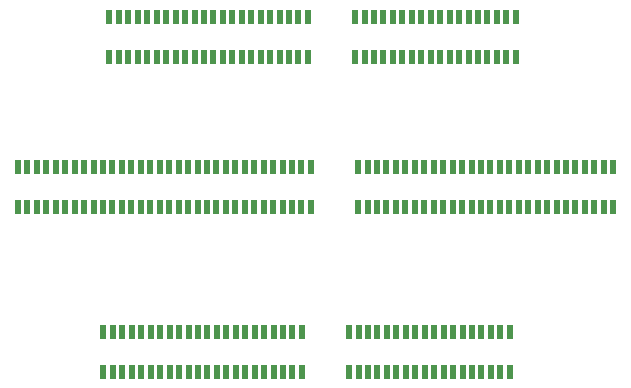
<source format=gtp>
G75*
%MOIN*%
%OFA0B0*%
%FSLAX25Y25*%
%IPPOS*%
%LPD*%
%AMOC8*
5,1,8,0,0,1.08239X$1,22.5*
%
%ADD10R,0.01969X0.04724*%
D10*
X0149083Y0112107D03*
X0152233Y0112107D03*
X0155383Y0112107D03*
X0158532Y0112107D03*
X0161682Y0112107D03*
X0164831Y0112107D03*
X0167981Y0112107D03*
X0171131Y0112107D03*
X0174280Y0112107D03*
X0177430Y0112107D03*
X0180580Y0112107D03*
X0183729Y0112107D03*
X0186879Y0112107D03*
X0190028Y0112107D03*
X0193178Y0112107D03*
X0196328Y0112107D03*
X0199477Y0112107D03*
X0202627Y0112107D03*
X0205776Y0112107D03*
X0208926Y0112107D03*
X0212076Y0112107D03*
X0215225Y0112107D03*
X0215225Y0125493D03*
X0212076Y0125493D03*
X0208926Y0125493D03*
X0205776Y0125493D03*
X0202627Y0125493D03*
X0199477Y0125493D03*
X0196328Y0125493D03*
X0193178Y0125493D03*
X0190028Y0125493D03*
X0186879Y0125493D03*
X0183729Y0125493D03*
X0180580Y0125493D03*
X0177430Y0125493D03*
X0174280Y0125493D03*
X0171131Y0125493D03*
X0167981Y0125493D03*
X0164831Y0125493D03*
X0161682Y0125493D03*
X0158532Y0125493D03*
X0155383Y0125493D03*
X0152233Y0125493D03*
X0149083Y0125493D03*
X0148934Y0167107D03*
X0152083Y0167107D03*
X0155233Y0167107D03*
X0158383Y0167107D03*
X0161532Y0167107D03*
X0164682Y0167107D03*
X0167831Y0167107D03*
X0170981Y0167107D03*
X0174131Y0167107D03*
X0177280Y0167107D03*
X0180430Y0167107D03*
X0183580Y0167107D03*
X0186729Y0167107D03*
X0189879Y0167107D03*
X0193028Y0167107D03*
X0196178Y0167107D03*
X0199328Y0167107D03*
X0202477Y0167107D03*
X0205627Y0167107D03*
X0208776Y0167107D03*
X0211926Y0167107D03*
X0215076Y0167107D03*
X0218225Y0167107D03*
X0218225Y0180493D03*
X0215076Y0180493D03*
X0211926Y0180493D03*
X0208776Y0180493D03*
X0205627Y0180493D03*
X0202477Y0180493D03*
X0199328Y0180493D03*
X0196178Y0180493D03*
X0193028Y0180493D03*
X0189879Y0180493D03*
X0186729Y0180493D03*
X0183580Y0180493D03*
X0180430Y0180493D03*
X0177280Y0180493D03*
X0174131Y0180493D03*
X0170981Y0180493D03*
X0167831Y0180493D03*
X0164682Y0180493D03*
X0161532Y0180493D03*
X0158383Y0180493D03*
X0155233Y0180493D03*
X0152083Y0180493D03*
X0148934Y0180493D03*
X0145784Y0180493D03*
X0142635Y0180493D03*
X0139485Y0180493D03*
X0136335Y0180493D03*
X0133186Y0180493D03*
X0130036Y0180493D03*
X0126887Y0180493D03*
X0123737Y0180493D03*
X0120587Y0180493D03*
X0120587Y0167107D03*
X0123737Y0167107D03*
X0126887Y0167107D03*
X0130036Y0167107D03*
X0133186Y0167107D03*
X0136335Y0167107D03*
X0139485Y0167107D03*
X0142635Y0167107D03*
X0145784Y0167107D03*
X0151083Y0217107D03*
X0154233Y0217107D03*
X0157383Y0217107D03*
X0160532Y0217107D03*
X0163682Y0217107D03*
X0166831Y0217107D03*
X0169981Y0217107D03*
X0173131Y0217107D03*
X0176280Y0217107D03*
X0179430Y0217107D03*
X0182580Y0217107D03*
X0185729Y0217107D03*
X0188879Y0217107D03*
X0192028Y0217107D03*
X0195178Y0217107D03*
X0198328Y0217107D03*
X0201477Y0217107D03*
X0204627Y0217107D03*
X0207776Y0217107D03*
X0210926Y0217107D03*
X0214076Y0217107D03*
X0217225Y0217107D03*
X0217225Y0230493D03*
X0214076Y0230493D03*
X0210926Y0230493D03*
X0207776Y0230493D03*
X0204627Y0230493D03*
X0201477Y0230493D03*
X0198328Y0230493D03*
X0195178Y0230493D03*
X0192028Y0230493D03*
X0188879Y0230493D03*
X0185729Y0230493D03*
X0182580Y0230493D03*
X0179430Y0230493D03*
X0176280Y0230493D03*
X0173131Y0230493D03*
X0169981Y0230493D03*
X0166831Y0230493D03*
X0163682Y0230493D03*
X0160532Y0230493D03*
X0157383Y0230493D03*
X0154233Y0230493D03*
X0151083Y0230493D03*
X0232973Y0230493D03*
X0236123Y0230493D03*
X0239272Y0230493D03*
X0242422Y0230493D03*
X0245572Y0230493D03*
X0248721Y0230493D03*
X0251871Y0230493D03*
X0255020Y0230493D03*
X0258170Y0230493D03*
X0261320Y0230493D03*
X0264469Y0230493D03*
X0267619Y0230493D03*
X0270769Y0230493D03*
X0273918Y0230493D03*
X0277068Y0230493D03*
X0280217Y0230493D03*
X0283367Y0230493D03*
X0286517Y0230493D03*
X0286517Y0217107D03*
X0283367Y0217107D03*
X0280217Y0217107D03*
X0277068Y0217107D03*
X0273918Y0217107D03*
X0270769Y0217107D03*
X0267619Y0217107D03*
X0264469Y0217107D03*
X0261320Y0217107D03*
X0258170Y0217107D03*
X0255020Y0217107D03*
X0251871Y0217107D03*
X0248721Y0217107D03*
X0245572Y0217107D03*
X0242422Y0217107D03*
X0239272Y0217107D03*
X0236123Y0217107D03*
X0232973Y0217107D03*
X0233973Y0180493D03*
X0237123Y0180493D03*
X0240272Y0180493D03*
X0243422Y0180493D03*
X0246572Y0180493D03*
X0249721Y0180493D03*
X0252871Y0180493D03*
X0256020Y0180493D03*
X0259170Y0180493D03*
X0262320Y0180493D03*
X0265469Y0180493D03*
X0268619Y0180493D03*
X0271769Y0180493D03*
X0274918Y0180493D03*
X0278068Y0180493D03*
X0281217Y0180493D03*
X0284367Y0180493D03*
X0287517Y0180493D03*
X0290666Y0180493D03*
X0293816Y0180493D03*
X0296965Y0180493D03*
X0300115Y0180493D03*
X0303265Y0180493D03*
X0306414Y0180493D03*
X0309564Y0180493D03*
X0312713Y0180493D03*
X0315863Y0180493D03*
X0319013Y0180493D03*
X0319013Y0167107D03*
X0315863Y0167107D03*
X0312713Y0167107D03*
X0309564Y0167107D03*
X0306414Y0167107D03*
X0303265Y0167107D03*
X0300115Y0167107D03*
X0296965Y0167107D03*
X0293816Y0167107D03*
X0290666Y0167107D03*
X0287517Y0167107D03*
X0284367Y0167107D03*
X0281217Y0167107D03*
X0278068Y0167107D03*
X0274918Y0167107D03*
X0271769Y0167107D03*
X0268619Y0167107D03*
X0265469Y0167107D03*
X0262320Y0167107D03*
X0259170Y0167107D03*
X0256020Y0167107D03*
X0252871Y0167107D03*
X0249721Y0167107D03*
X0246572Y0167107D03*
X0243422Y0167107D03*
X0240272Y0167107D03*
X0237123Y0167107D03*
X0233973Y0167107D03*
X0234123Y0125493D03*
X0237272Y0125493D03*
X0240422Y0125493D03*
X0243572Y0125493D03*
X0246721Y0125493D03*
X0249871Y0125493D03*
X0253020Y0125493D03*
X0256170Y0125493D03*
X0259320Y0125493D03*
X0262469Y0125493D03*
X0265619Y0125493D03*
X0268769Y0125493D03*
X0271918Y0125493D03*
X0275068Y0125493D03*
X0278217Y0125493D03*
X0281367Y0125493D03*
X0284517Y0125493D03*
X0284517Y0112107D03*
X0281367Y0112107D03*
X0278217Y0112107D03*
X0275068Y0112107D03*
X0271918Y0112107D03*
X0268769Y0112107D03*
X0265619Y0112107D03*
X0262469Y0112107D03*
X0259320Y0112107D03*
X0256170Y0112107D03*
X0253020Y0112107D03*
X0249871Y0112107D03*
X0246721Y0112107D03*
X0243572Y0112107D03*
X0240422Y0112107D03*
X0237272Y0112107D03*
X0234123Y0112107D03*
X0230973Y0112107D03*
X0230973Y0125493D03*
M02*

</source>
